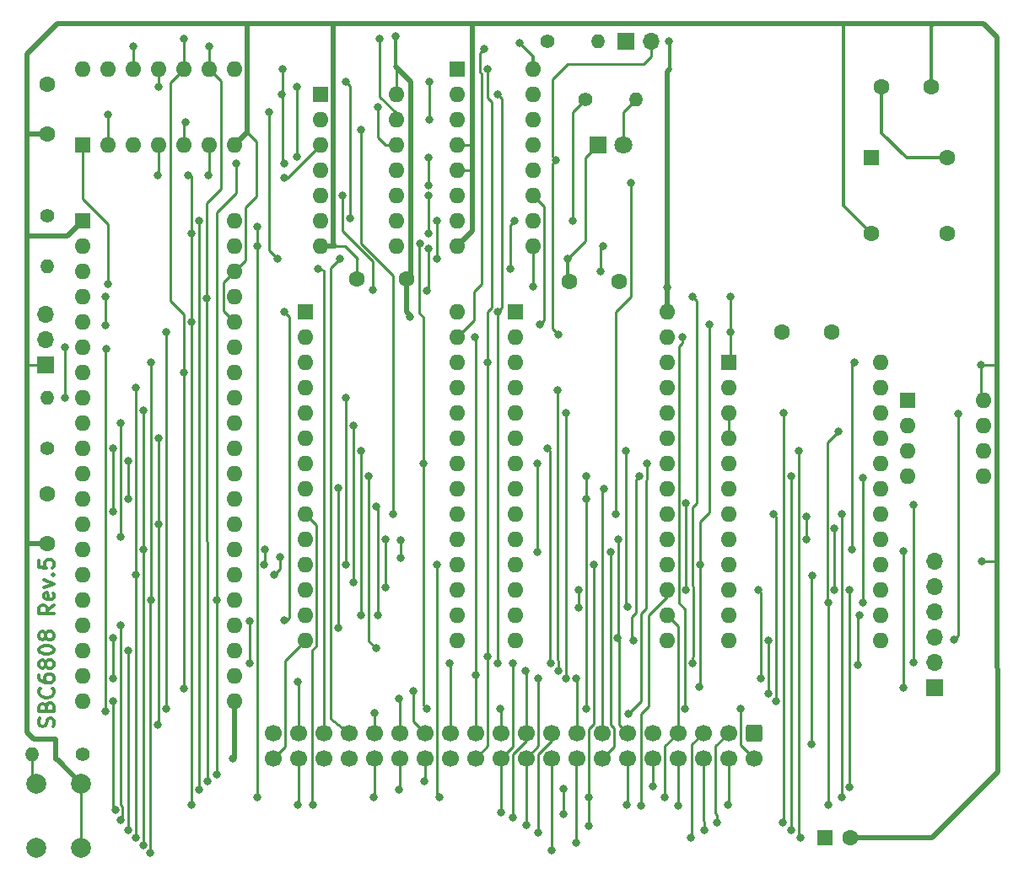
<source format=gtl>
%TF.GenerationSoftware,KiCad,Pcbnew,7.0.2-0*%
%TF.CreationDate,2023-05-22T09:33:56+09:00*%
%TF.ProjectId,SBC6808_Rev5,53424336-3830-4385-9f52-6576352e6b69,Rev5*%
%TF.SameCoordinates,PX3e22018PY9119050*%
%TF.FileFunction,Copper,L1,Top*%
%TF.FilePolarity,Positive*%
%FSLAX46Y46*%
G04 Gerber Fmt 4.6, Leading zero omitted, Abs format (unit mm)*
G04 Created by KiCad (PCBNEW 7.0.2-0) date 2023-05-22 09:33:56*
%MOMM*%
%LPD*%
G01*
G04 APERTURE LIST*
G04 Aperture macros list*
%AMRoundRect*
0 Rectangle with rounded corners*
0 $1 Rounding radius*
0 $2 $3 $4 $5 $6 $7 $8 $9 X,Y pos of 4 corners*
0 Add a 4 corners polygon primitive as box body*
4,1,4,$2,$3,$4,$5,$6,$7,$8,$9,$2,$3,0*
0 Add four circle primitives for the rounded corners*
1,1,$1+$1,$2,$3*
1,1,$1+$1,$4,$5*
1,1,$1+$1,$6,$7*
1,1,$1+$1,$8,$9*
0 Add four rect primitives between the rounded corners*
20,1,$1+$1,$2,$3,$4,$5,0*
20,1,$1+$1,$4,$5,$6,$7,0*
20,1,$1+$1,$6,$7,$8,$9,0*
20,1,$1+$1,$8,$9,$2,$3,0*%
G04 Aperture macros list end*
%ADD10C,0.300000*%
%TA.AperFunction,NonConductor*%
%ADD11C,0.300000*%
%TD*%
%TA.AperFunction,ComponentPad*%
%ADD12C,1.400000*%
%TD*%
%TA.AperFunction,ComponentPad*%
%ADD13O,1.400000X1.400000*%
%TD*%
%TA.AperFunction,ComponentPad*%
%ADD14R,1.800000X1.800000*%
%TD*%
%TA.AperFunction,ComponentPad*%
%ADD15C,1.800000*%
%TD*%
%TA.AperFunction,ComponentPad*%
%ADD16RoundRect,0.250000X-0.600000X0.600000X-0.600000X-0.600000X0.600000X-0.600000X0.600000X0.600000X0*%
%TD*%
%TA.AperFunction,ComponentPad*%
%ADD17C,1.700000*%
%TD*%
%TA.AperFunction,ComponentPad*%
%ADD18R,1.600000X1.600000*%
%TD*%
%TA.AperFunction,ComponentPad*%
%ADD19O,1.600000X1.600000*%
%TD*%
%TA.AperFunction,ComponentPad*%
%ADD20C,1.600000*%
%TD*%
%TA.AperFunction,ComponentPad*%
%ADD21C,2.000000*%
%TD*%
%TA.AperFunction,ComponentPad*%
%ADD22R,1.700000X1.700000*%
%TD*%
%TA.AperFunction,ComponentPad*%
%ADD23O,1.700000X1.700000*%
%TD*%
%TA.AperFunction,ViaPad*%
%ADD24C,0.800000*%
%TD*%
%TA.AperFunction,Conductor*%
%ADD25C,0.250000*%
%TD*%
%TA.AperFunction,Conductor*%
%ADD26C,0.500000*%
%TD*%
%TA.AperFunction,Conductor*%
%ADD27C,0.380000*%
%TD*%
G04 APERTURE END LIST*
D10*
D11*
X12814500Y21325145D02*
X12885928Y21539430D01*
X12885928Y21539430D02*
X12885928Y21896573D01*
X12885928Y21896573D02*
X12814500Y22039430D01*
X12814500Y22039430D02*
X12743071Y22110859D01*
X12743071Y22110859D02*
X12600214Y22182288D01*
X12600214Y22182288D02*
X12457357Y22182288D01*
X12457357Y22182288D02*
X12314500Y22110859D01*
X12314500Y22110859D02*
X12243071Y22039430D01*
X12243071Y22039430D02*
X12171642Y21896573D01*
X12171642Y21896573D02*
X12100214Y21610859D01*
X12100214Y21610859D02*
X12028785Y21468002D01*
X12028785Y21468002D02*
X11957357Y21396573D01*
X11957357Y21396573D02*
X11814500Y21325145D01*
X11814500Y21325145D02*
X11671642Y21325145D01*
X11671642Y21325145D02*
X11528785Y21396573D01*
X11528785Y21396573D02*
X11457357Y21468002D01*
X11457357Y21468002D02*
X11385928Y21610859D01*
X11385928Y21610859D02*
X11385928Y21968002D01*
X11385928Y21968002D02*
X11457357Y22182288D01*
X12100214Y23325144D02*
X12171642Y23539430D01*
X12171642Y23539430D02*
X12243071Y23610859D01*
X12243071Y23610859D02*
X12385928Y23682287D01*
X12385928Y23682287D02*
X12600214Y23682287D01*
X12600214Y23682287D02*
X12743071Y23610859D01*
X12743071Y23610859D02*
X12814500Y23539430D01*
X12814500Y23539430D02*
X12885928Y23396573D01*
X12885928Y23396573D02*
X12885928Y22825144D01*
X12885928Y22825144D02*
X11385928Y22825144D01*
X11385928Y22825144D02*
X11385928Y23325144D01*
X11385928Y23325144D02*
X11457357Y23468001D01*
X11457357Y23468001D02*
X11528785Y23539430D01*
X11528785Y23539430D02*
X11671642Y23610859D01*
X11671642Y23610859D02*
X11814500Y23610859D01*
X11814500Y23610859D02*
X11957357Y23539430D01*
X11957357Y23539430D02*
X12028785Y23468001D01*
X12028785Y23468001D02*
X12100214Y23325144D01*
X12100214Y23325144D02*
X12100214Y22825144D01*
X12743071Y25182287D02*
X12814500Y25110859D01*
X12814500Y25110859D02*
X12885928Y24896573D01*
X12885928Y24896573D02*
X12885928Y24753716D01*
X12885928Y24753716D02*
X12814500Y24539430D01*
X12814500Y24539430D02*
X12671642Y24396573D01*
X12671642Y24396573D02*
X12528785Y24325144D01*
X12528785Y24325144D02*
X12243071Y24253716D01*
X12243071Y24253716D02*
X12028785Y24253716D01*
X12028785Y24253716D02*
X11743071Y24325144D01*
X11743071Y24325144D02*
X11600214Y24396573D01*
X11600214Y24396573D02*
X11457357Y24539430D01*
X11457357Y24539430D02*
X11385928Y24753716D01*
X11385928Y24753716D02*
X11385928Y24896573D01*
X11385928Y24896573D02*
X11457357Y25110859D01*
X11457357Y25110859D02*
X11528785Y25182287D01*
X11385928Y26468001D02*
X11385928Y26182287D01*
X11385928Y26182287D02*
X11457357Y26039430D01*
X11457357Y26039430D02*
X11528785Y25968001D01*
X11528785Y25968001D02*
X11743071Y25825144D01*
X11743071Y25825144D02*
X12028785Y25753716D01*
X12028785Y25753716D02*
X12600214Y25753716D01*
X12600214Y25753716D02*
X12743071Y25825144D01*
X12743071Y25825144D02*
X12814500Y25896573D01*
X12814500Y25896573D02*
X12885928Y26039430D01*
X12885928Y26039430D02*
X12885928Y26325144D01*
X12885928Y26325144D02*
X12814500Y26468001D01*
X12814500Y26468001D02*
X12743071Y26539430D01*
X12743071Y26539430D02*
X12600214Y26610859D01*
X12600214Y26610859D02*
X12243071Y26610859D01*
X12243071Y26610859D02*
X12100214Y26539430D01*
X12100214Y26539430D02*
X12028785Y26468001D01*
X12028785Y26468001D02*
X11957357Y26325144D01*
X11957357Y26325144D02*
X11957357Y26039430D01*
X11957357Y26039430D02*
X12028785Y25896573D01*
X12028785Y25896573D02*
X12100214Y25825144D01*
X12100214Y25825144D02*
X12243071Y25753716D01*
X12028785Y27468001D02*
X11957357Y27325144D01*
X11957357Y27325144D02*
X11885928Y27253715D01*
X11885928Y27253715D02*
X11743071Y27182287D01*
X11743071Y27182287D02*
X11671642Y27182287D01*
X11671642Y27182287D02*
X11528785Y27253715D01*
X11528785Y27253715D02*
X11457357Y27325144D01*
X11457357Y27325144D02*
X11385928Y27468001D01*
X11385928Y27468001D02*
X11385928Y27753715D01*
X11385928Y27753715D02*
X11457357Y27896572D01*
X11457357Y27896572D02*
X11528785Y27968001D01*
X11528785Y27968001D02*
X11671642Y28039430D01*
X11671642Y28039430D02*
X11743071Y28039430D01*
X11743071Y28039430D02*
X11885928Y27968001D01*
X11885928Y27968001D02*
X11957357Y27896572D01*
X11957357Y27896572D02*
X12028785Y27753715D01*
X12028785Y27753715D02*
X12028785Y27468001D01*
X12028785Y27468001D02*
X12100214Y27325144D01*
X12100214Y27325144D02*
X12171642Y27253715D01*
X12171642Y27253715D02*
X12314500Y27182287D01*
X12314500Y27182287D02*
X12600214Y27182287D01*
X12600214Y27182287D02*
X12743071Y27253715D01*
X12743071Y27253715D02*
X12814500Y27325144D01*
X12814500Y27325144D02*
X12885928Y27468001D01*
X12885928Y27468001D02*
X12885928Y27753715D01*
X12885928Y27753715D02*
X12814500Y27896572D01*
X12814500Y27896572D02*
X12743071Y27968001D01*
X12743071Y27968001D02*
X12600214Y28039430D01*
X12600214Y28039430D02*
X12314500Y28039430D01*
X12314500Y28039430D02*
X12171642Y27968001D01*
X12171642Y27968001D02*
X12100214Y27896572D01*
X12100214Y27896572D02*
X12028785Y27753715D01*
X11385928Y28968001D02*
X11385928Y29110858D01*
X11385928Y29110858D02*
X11457357Y29253715D01*
X11457357Y29253715D02*
X11528785Y29325143D01*
X11528785Y29325143D02*
X11671642Y29396572D01*
X11671642Y29396572D02*
X11957357Y29468001D01*
X11957357Y29468001D02*
X12314500Y29468001D01*
X12314500Y29468001D02*
X12600214Y29396572D01*
X12600214Y29396572D02*
X12743071Y29325143D01*
X12743071Y29325143D02*
X12814500Y29253715D01*
X12814500Y29253715D02*
X12885928Y29110858D01*
X12885928Y29110858D02*
X12885928Y28968001D01*
X12885928Y28968001D02*
X12814500Y28825143D01*
X12814500Y28825143D02*
X12743071Y28753715D01*
X12743071Y28753715D02*
X12600214Y28682286D01*
X12600214Y28682286D02*
X12314500Y28610858D01*
X12314500Y28610858D02*
X11957357Y28610858D01*
X11957357Y28610858D02*
X11671642Y28682286D01*
X11671642Y28682286D02*
X11528785Y28753715D01*
X11528785Y28753715D02*
X11457357Y28825143D01*
X11457357Y28825143D02*
X11385928Y28968001D01*
X12028785Y30325143D02*
X11957357Y30182286D01*
X11957357Y30182286D02*
X11885928Y30110857D01*
X11885928Y30110857D02*
X11743071Y30039429D01*
X11743071Y30039429D02*
X11671642Y30039429D01*
X11671642Y30039429D02*
X11528785Y30110857D01*
X11528785Y30110857D02*
X11457357Y30182286D01*
X11457357Y30182286D02*
X11385928Y30325143D01*
X11385928Y30325143D02*
X11385928Y30610857D01*
X11385928Y30610857D02*
X11457357Y30753714D01*
X11457357Y30753714D02*
X11528785Y30825143D01*
X11528785Y30825143D02*
X11671642Y30896572D01*
X11671642Y30896572D02*
X11743071Y30896572D01*
X11743071Y30896572D02*
X11885928Y30825143D01*
X11885928Y30825143D02*
X11957357Y30753714D01*
X11957357Y30753714D02*
X12028785Y30610857D01*
X12028785Y30610857D02*
X12028785Y30325143D01*
X12028785Y30325143D02*
X12100214Y30182286D01*
X12100214Y30182286D02*
X12171642Y30110857D01*
X12171642Y30110857D02*
X12314500Y30039429D01*
X12314500Y30039429D02*
X12600214Y30039429D01*
X12600214Y30039429D02*
X12743071Y30110857D01*
X12743071Y30110857D02*
X12814500Y30182286D01*
X12814500Y30182286D02*
X12885928Y30325143D01*
X12885928Y30325143D02*
X12885928Y30610857D01*
X12885928Y30610857D02*
X12814500Y30753714D01*
X12814500Y30753714D02*
X12743071Y30825143D01*
X12743071Y30825143D02*
X12600214Y30896572D01*
X12600214Y30896572D02*
X12314500Y30896572D01*
X12314500Y30896572D02*
X12171642Y30825143D01*
X12171642Y30825143D02*
X12100214Y30753714D01*
X12100214Y30753714D02*
X12028785Y30610857D01*
X12885928Y33539428D02*
X12171642Y33039428D01*
X12885928Y32682285D02*
X11385928Y32682285D01*
X11385928Y32682285D02*
X11385928Y33253714D01*
X11385928Y33253714D02*
X11457357Y33396571D01*
X11457357Y33396571D02*
X11528785Y33468000D01*
X11528785Y33468000D02*
X11671642Y33539428D01*
X11671642Y33539428D02*
X11885928Y33539428D01*
X11885928Y33539428D02*
X12028785Y33468000D01*
X12028785Y33468000D02*
X12100214Y33396571D01*
X12100214Y33396571D02*
X12171642Y33253714D01*
X12171642Y33253714D02*
X12171642Y32682285D01*
X12814500Y34753714D02*
X12885928Y34610857D01*
X12885928Y34610857D02*
X12885928Y34325142D01*
X12885928Y34325142D02*
X12814500Y34182285D01*
X12814500Y34182285D02*
X12671642Y34110857D01*
X12671642Y34110857D02*
X12100214Y34110857D01*
X12100214Y34110857D02*
X11957357Y34182285D01*
X11957357Y34182285D02*
X11885928Y34325142D01*
X11885928Y34325142D02*
X11885928Y34610857D01*
X11885928Y34610857D02*
X11957357Y34753714D01*
X11957357Y34753714D02*
X12100214Y34825142D01*
X12100214Y34825142D02*
X12243071Y34825142D01*
X12243071Y34825142D02*
X12385928Y34110857D01*
X11885928Y35325142D02*
X12885928Y35682285D01*
X12885928Y35682285D02*
X11885928Y36039428D01*
X12743071Y36610856D02*
X12814500Y36682285D01*
X12814500Y36682285D02*
X12885928Y36610856D01*
X12885928Y36610856D02*
X12814500Y36539428D01*
X12814500Y36539428D02*
X12743071Y36610856D01*
X12743071Y36610856D02*
X12885928Y36610856D01*
X11385928Y38039428D02*
X11385928Y37325142D01*
X11385928Y37325142D02*
X12100214Y37253714D01*
X12100214Y37253714D02*
X12028785Y37325142D01*
X12028785Y37325142D02*
X11957357Y37467999D01*
X11957357Y37467999D02*
X11957357Y37825142D01*
X11957357Y37825142D02*
X12028785Y37967999D01*
X12028785Y37967999D02*
X12100214Y38039428D01*
X12100214Y38039428D02*
X12243071Y38110857D01*
X12243071Y38110857D02*
X12600214Y38110857D01*
X12600214Y38110857D02*
X12743071Y38039428D01*
X12743071Y38039428D02*
X12814500Y37967999D01*
X12814500Y37967999D02*
X12885928Y37825142D01*
X12885928Y37825142D02*
X12885928Y37467999D01*
X12885928Y37467999D02*
X12814500Y37325142D01*
X12814500Y37325142D02*
X12743071Y37253714D01*
D12*
%TO.P,R5,1*%
%TO.N,/~{A000}*%
X66197000Y84328000D03*
D13*
%TO.P,R5,2*%
%TO.N,Net-(D1-A)*%
X71277000Y84328000D03*
%TD*%
D14*
%TO.P,D1,1,K*%
%TO.N,GND*%
X67467000Y79756000D03*
D15*
%TO.P,D1,2,A*%
%TO.N,Net-(D1-A)*%
X70007000Y79756000D03*
%TD*%
D12*
%TO.P,R2,1*%
%TO.N,VCC*%
X12192000Y72644000D03*
D13*
%TO.P,R2,2*%
%TO.N,/~{IRQ}*%
X12192000Y67564000D03*
%TD*%
D16*
%TO.P,J1,1,Pin_1*%
%TO.N,/~{RD}*%
X83121500Y20701000D03*
D17*
%TO.P,J1,2,Pin_2*%
%TO.N,/~{WR}*%
X83121500Y18161000D03*
%TO.P,J1,3,Pin_3*%
%TO.N,/CD0*%
X80581500Y20701000D03*
%TO.P,J1,4,Pin_4*%
%TO.N,/CD1*%
X80581500Y18161000D03*
%TO.P,J1,5,Pin_5*%
%TO.N,/CD2*%
X78041500Y20701000D03*
%TO.P,J1,6,Pin_6*%
%TO.N,/CD3*%
X78041500Y18161000D03*
%TO.P,J1,7,Pin_7*%
%TO.N,/CD4*%
X75501500Y20701000D03*
%TO.P,J1,8,Pin_8*%
%TO.N,/CD5*%
X75501500Y18161000D03*
%TO.P,J1,9,Pin_9*%
%TO.N,/CD6*%
X72961500Y20701000D03*
%TO.P,J1,10,Pin_10*%
%TO.N,/CD7*%
X72961500Y18161000D03*
%TO.P,J1,11,Pin_11*%
%TO.N,/A0*%
X70421500Y20701000D03*
%TO.P,J1,12,Pin_12*%
%TO.N,/A1*%
X70421500Y18161000D03*
%TO.P,J1,13,Pin_13*%
%TO.N,/A2*%
X67881500Y20701000D03*
%TO.P,J1,14,Pin_14*%
%TO.N,/A3*%
X67881500Y18161000D03*
%TO.P,J1,15,Pin_15*%
%TO.N,/A4*%
X65341500Y20701000D03*
%TO.P,J1,16,Pin_16*%
%TO.N,/A5*%
X65341500Y18161000D03*
%TO.P,J1,17,Pin_17*%
%TO.N,/A6*%
X62801500Y20701000D03*
%TO.P,J1,18,Pin_18*%
%TO.N,/A7*%
X62801500Y18161000D03*
%TO.P,J1,19,Pin_19*%
%TO.N,/A8*%
X60261500Y20701000D03*
%TO.P,J1,20,Pin_20*%
%TO.N,/A9*%
X60261500Y18161000D03*
%TO.P,J1,21,Pin_21*%
%TO.N,/A10*%
X57721500Y20701000D03*
%TO.P,J1,22,Pin_22*%
%TO.N,/A11*%
X57721500Y18161000D03*
%TO.P,J1,23,Pin_23*%
%TO.N,/A12*%
X55181500Y20701000D03*
%TO.P,J1,24,Pin_24*%
%TO.N,/A13*%
X55181500Y18161000D03*
%TO.P,J1,25,Pin_25*%
%TO.N,/A14*%
X52641500Y20701000D03*
%TO.P,J1,26,Pin_26*%
%TO.N,/A15*%
X52641500Y18161000D03*
%TO.P,J1,27,Pin_27*%
%TO.N,/R~{W}*%
X50101500Y20701000D03*
%TO.P,J1,28,Pin_28*%
%TO.N,/E*%
X50101500Y18161000D03*
%TO.P,J1,29,Pin_29*%
%TO.N,/~{IRQ}*%
X47561500Y20701000D03*
%TO.P,J1,30,Pin_30*%
%TO.N,/~{RES}*%
X47561500Y18161000D03*
%TO.P,J1,31,Pin_31*%
%TO.N,/~{NMI}*%
X45021500Y20701000D03*
%TO.P,J1,32,Pin_32*%
%TO.N,/MCLK*%
X45021500Y18161000D03*
%TO.P,J1,33,Pin_33*%
%TO.N,/~{E000}*%
X42481500Y20701000D03*
%TO.P,J1,34,Pin_34*%
%TO.N,unconnected-(J1-Pin_34-Pad34)*%
X42481500Y18161000D03*
%TO.P,J1,35,Pin_35*%
%TO.N,/~{A000}*%
X39941500Y20701000D03*
%TO.P,J1,36,Pin_36*%
%TO.N,unconnected-(J1-Pin_36-Pad36)*%
X39941500Y18161000D03*
%TO.P,J1,37,Pin_37*%
%TO.N,/~{8000}*%
X37401500Y20701000D03*
%TO.P,J1,38,Pin_38*%
%TO.N,/VMA*%
X37401500Y18161000D03*
%TO.P,J1,39,Pin_39*%
%TO.N,VCC*%
X34861500Y20701000D03*
%TO.P,J1,40,Pin_40*%
%TO.N,GND*%
X34861500Y18161000D03*
%TD*%
D12*
%TO.P,R3,1*%
%TO.N,VCC*%
X15748000Y18542000D03*
D13*
%TO.P,R3,2*%
%TO.N,/~{RES}*%
X10668000Y18542000D03*
%TD*%
D18*
%TO.P,U2,1*%
%TO.N,/~{C000}*%
X15748000Y79756000D03*
D19*
%TO.P,U2,2*%
%TO.N,/~{E000}*%
X18288000Y79756000D03*
%TO.P,U2,3*%
%TO.N,Net-(U7-~{CE})*%
X20828000Y79756000D03*
%TO.P,U2,4*%
%TO.N,/VMA*%
X23368000Y79756000D03*
%TO.P,U2,5*%
%TO.N,Net-(U1-Pad2)*%
X25908000Y79756000D03*
%TO.P,U2,6*%
%TO.N,Net-(U1-Pad3)*%
X28448000Y79756000D03*
%TO.P,U2,7,GND*%
%TO.N,GND*%
X30988000Y79756000D03*
%TO.P,U2,8*%
%TO.N,Net-(U1-Pad9)*%
X30988000Y87376000D03*
%TO.P,U2,9*%
%TO.N,/E*%
X28448000Y87376000D03*
%TO.P,U2,10*%
%TO.N,/R~{W}*%
X25908000Y87376000D03*
%TO.P,U2,11*%
%TO.N,Net-(U1-Pad11)*%
X23368000Y87376000D03*
%TO.P,U2,12*%
%TO.N,/E*%
X20828000Y87376000D03*
%TO.P,U2,13*%
%TO.N,Net-(U1-Pad12)*%
X18288000Y87376000D03*
%TO.P,U2,14,VCC*%
%TO.N,VCC*%
X15748000Y87376000D03*
%TD*%
D18*
%TO.P,U5,1,A0*%
%TO.N,/A13*%
X53340000Y87376000D03*
D19*
%TO.P,U5,2,A1*%
%TO.N,/A14*%
X53340000Y84836000D03*
%TO.P,U5,3,A2*%
%TO.N,/A15*%
X53340000Y82296000D03*
%TO.P,U5,4,E1*%
%TO.N,GND*%
X53340000Y79756000D03*
%TO.P,U5,5,E2*%
X53340000Y77216000D03*
%TO.P,U5,6,E3*%
%TO.N,/VMA*%
X53340000Y74676000D03*
%TO.P,U5,7,O7*%
%TO.N,/~{E000}*%
X53340000Y72136000D03*
%TO.P,U5,8,GND*%
%TO.N,GND*%
X53340000Y69596000D03*
%TO.P,U5,9,O6*%
%TO.N,/~{C000}*%
X60960000Y69596000D03*
%TO.P,U5,10,O5*%
%TO.N,/~{A000}*%
X60960000Y72136000D03*
%TO.P,U5,11,O4*%
%TO.N,/~{8000}*%
X60960000Y74676000D03*
%TO.P,U5,12,O3*%
%TO.N,unconnected-(U5-O3-Pad12)*%
X60960000Y77216000D03*
%TO.P,U5,13,O2*%
%TO.N,unconnected-(U5-O2-Pad13)*%
X60960000Y79756000D03*
%TO.P,U5,14,O1*%
%TO.N,unconnected-(U5-O1-Pad14)*%
X60960000Y82296000D03*
%TO.P,U5,15,O0*%
%TO.N,unconnected-(U5-O0-Pad15)*%
X60960000Y84836000D03*
%TO.P,U5,16,VCC*%
%TO.N,VCC*%
X60960000Y87376000D03*
%TD*%
D18*
%TO.P,U4,1,VSS*%
%TO.N,GND*%
X15748000Y72136000D03*
D19*
%TO.P,U4,2,~{HALT}*%
%TO.N,VCC*%
X15748000Y69596000D03*
%TO.P,U4,3,MR*%
X15748000Y67056000D03*
%TO.P,U4,4,~{IRQ}*%
%TO.N,/~{IRQ}*%
X15748000Y64516000D03*
%TO.P,U4,5,VMA*%
%TO.N,/VMA*%
X15748000Y61976000D03*
%TO.P,U4,6,~{NMI}*%
%TO.N,/~{NMI}*%
X15748000Y59436000D03*
%TO.P,U4,7,BA*%
%TO.N,unconnected-(U4-BA-Pad7)*%
X15748000Y56896000D03*
%TO.P,U4,8,VCC*%
%TO.N,VCC*%
X15748000Y54356000D03*
%TO.P,U4,9,A0*%
%TO.N,/A0*%
X15748000Y51816000D03*
%TO.P,U4,10,A1*%
%TO.N,/A1*%
X15748000Y49276000D03*
%TO.P,U4,11,A2*%
%TO.N,/A2*%
X15748000Y46736000D03*
%TO.P,U4,12,A3*%
%TO.N,/A3*%
X15748000Y44196000D03*
%TO.P,U4,13,A4*%
%TO.N,/A4*%
X15748000Y41656000D03*
%TO.P,U4,14,A5*%
%TO.N,/A5*%
X15748000Y39116000D03*
%TO.P,U4,15,A6*%
%TO.N,/A6*%
X15748000Y36576000D03*
%TO.P,U4,16,A7*%
%TO.N,/A7*%
X15748000Y34036000D03*
%TO.P,U4,17,A8*%
%TO.N,/A8*%
X15748000Y31496000D03*
%TO.P,U4,18,A9*%
%TO.N,/A9*%
X15748000Y28956000D03*
%TO.P,U4,19,A10*%
%TO.N,/A10*%
X15748000Y26416000D03*
%TO.P,U4,20,A11*%
%TO.N,/A11*%
X15748000Y23876000D03*
%TO.P,U4,21,VSS*%
%TO.N,GND*%
X30988000Y23876000D03*
%TO.P,U4,22,A12*%
%TO.N,/A12*%
X30988000Y26416000D03*
%TO.P,U4,23,A13*%
%TO.N,/A13*%
X30988000Y28956000D03*
%TO.P,U4,24,A14*%
%TO.N,/A14*%
X30988000Y31496000D03*
%TO.P,U4,25,A15*%
%TO.N,/A15*%
X30988000Y34036000D03*
%TO.P,U4,26,D7*%
%TO.N,/CD7*%
X30988000Y36576000D03*
%TO.P,U4,27,D6*%
%TO.N,/CD6*%
X30988000Y39116000D03*
%TO.P,U4,28,D5*%
%TO.N,/CD5*%
X30988000Y41656000D03*
%TO.P,U4,29,D4*%
%TO.N,/CD4*%
X30988000Y44196000D03*
%TO.P,U4,30,D3*%
%TO.N,/CD3*%
X30988000Y46736000D03*
%TO.P,U4,31,D2*%
%TO.N,/CD2*%
X30988000Y49276000D03*
%TO.P,U4,32,D1*%
%TO.N,/CD1*%
X30988000Y51816000D03*
%TO.P,U4,33,D0*%
%TO.N,/CD0*%
X30988000Y54356000D03*
%TO.P,U4,34,R/~{W}*%
%TO.N,/R~{W}*%
X30988000Y56896000D03*
%TO.P,U4,35,N.C.*%
%TO.N,Net-(JP1-C)*%
X30988000Y59436000D03*
%TO.P,U4,36,RE*%
%TO.N,GND*%
X30988000Y61976000D03*
%TO.P,U4,37,E*%
%TO.N,/E*%
X30988000Y64516000D03*
%TO.P,U4,38,XTAL*%
%TO.N,GND*%
X30988000Y67056000D03*
%TO.P,U4,39,EXTAL*%
%TO.N,/MCLK*%
X30988000Y69596000D03*
%TO.P,U4,40,~{RESET}*%
%TO.N,/~{RES}*%
X30988000Y72136000D03*
%TD*%
D18*
%TO.P,U7,1,A14*%
%TO.N,/A14*%
X38100000Y62992000D03*
D19*
%TO.P,U7,2,A12*%
%TO.N,/A12*%
X38100000Y60452000D03*
%TO.P,U7,3,A7*%
%TO.N,/A7*%
X38100000Y57912000D03*
%TO.P,U7,4,A6*%
%TO.N,/A6*%
X38100000Y55372000D03*
%TO.P,U7,5,A5*%
%TO.N,/A5*%
X38100000Y52832000D03*
%TO.P,U7,6,A4*%
%TO.N,/A4*%
X38100000Y50292000D03*
%TO.P,U7,7,A3*%
%TO.N,/A3*%
X38100000Y47752000D03*
%TO.P,U7,8,A2*%
%TO.N,/A2*%
X38100000Y45212000D03*
%TO.P,U7,9,A1*%
%TO.N,/A1*%
X38100000Y42672000D03*
%TO.P,U7,10,A0*%
%TO.N,/A0*%
X38100000Y40132000D03*
%TO.P,U7,11,D0*%
%TO.N,/CD0*%
X38100000Y37592000D03*
%TO.P,U7,12,D1*%
%TO.N,/CD1*%
X38100000Y35052000D03*
%TO.P,U7,13,D2*%
%TO.N,/CD2*%
X38100000Y32512000D03*
%TO.P,U7,14,GND*%
%TO.N,GND*%
X38100000Y29972000D03*
%TO.P,U7,15,D3*%
%TO.N,/CD3*%
X53340000Y29972000D03*
%TO.P,U7,16,D4*%
%TO.N,/CD4*%
X53340000Y32512000D03*
%TO.P,U7,17,D5*%
%TO.N,/CD5*%
X53340000Y35052000D03*
%TO.P,U7,18,D6*%
%TO.N,/CD6*%
X53340000Y37592000D03*
%TO.P,U7,19,D7*%
%TO.N,/CD7*%
X53340000Y40132000D03*
%TO.P,U7,20,~{CE}*%
%TO.N,Net-(U7-~{CE})*%
X53340000Y42672000D03*
%TO.P,U7,21,A10*%
%TO.N,/A10*%
X53340000Y45212000D03*
%TO.P,U7,22,~{OE}*%
%TO.N,/~{RD}*%
X53340000Y47752000D03*
%TO.P,U7,23,A11*%
%TO.N,/A11*%
X53340000Y50292000D03*
%TO.P,U7,24,A9*%
%TO.N,/A9*%
X53340000Y52832000D03*
%TO.P,U7,25,A8*%
%TO.N,/A8*%
X53340000Y55372000D03*
%TO.P,U7,26,A13*%
%TO.N,/A13*%
X53340000Y57912000D03*
%TO.P,U7,27,VPP*%
%TO.N,Net-(J3-Pin_1)*%
X53340000Y60452000D03*
%TO.P,U7,28,VCC*%
%TO.N,VCC*%
X53340000Y62992000D03*
%TD*%
D18*
%TO.P,U8,1,A14*%
%TO.N,/A14*%
X59182000Y62992000D03*
D19*
%TO.P,U8,2,A12*%
%TO.N,/A12*%
X59182000Y60452000D03*
%TO.P,U8,3,A7*%
%TO.N,/A7*%
X59182000Y57912000D03*
%TO.P,U8,4,A6*%
%TO.N,/A6*%
X59182000Y55372000D03*
%TO.P,U8,5,A5*%
%TO.N,/A5*%
X59182000Y52832000D03*
%TO.P,U8,6,A4*%
%TO.N,/A4*%
X59182000Y50292000D03*
%TO.P,U8,7,A3*%
%TO.N,/A3*%
X59182000Y47752000D03*
%TO.P,U8,8,A2*%
%TO.N,/A2*%
X59182000Y45212000D03*
%TO.P,U8,9,A1*%
%TO.N,/A1*%
X59182000Y42672000D03*
%TO.P,U8,10,A0*%
%TO.N,/A0*%
X59182000Y40132000D03*
%TO.P,U8,11,Q0*%
%TO.N,/CD0*%
X59182000Y37592000D03*
%TO.P,U8,12,Q1*%
%TO.N,/CD1*%
X59182000Y35052000D03*
%TO.P,U8,13,Q2*%
%TO.N,/CD2*%
X59182000Y32512000D03*
%TO.P,U8,14,GND*%
%TO.N,GND*%
X59182000Y29972000D03*
%TO.P,U8,15,Q3*%
%TO.N,/CD3*%
X74422000Y29972000D03*
%TO.P,U8,16,Q4*%
%TO.N,/CD4*%
X74422000Y32512000D03*
%TO.P,U8,17,Q5*%
%TO.N,/CD5*%
X74422000Y35052000D03*
%TO.P,U8,18,Q6*%
%TO.N,/CD6*%
X74422000Y37592000D03*
%TO.P,U8,19,Q7*%
%TO.N,/CD7*%
X74422000Y40132000D03*
%TO.P,U8,20,~{CS}*%
%TO.N,Net-(U8-~{CS})*%
X74422000Y42672000D03*
%TO.P,U8,21,A10*%
%TO.N,/A10*%
X74422000Y45212000D03*
%TO.P,U8,22,~{OE}*%
%TO.N,/~{RD}*%
X74422000Y47752000D03*
%TO.P,U8,23,A11*%
%TO.N,/A11*%
X74422000Y50292000D03*
%TO.P,U8,24,A9*%
%TO.N,/A9*%
X74422000Y52832000D03*
%TO.P,U8,25,A8*%
%TO.N,/A8*%
X74422000Y55372000D03*
%TO.P,U8,26,A13*%
%TO.N,/A13*%
X74422000Y57912000D03*
%TO.P,U8,27,~{WE}*%
%TO.N,/~{WR}*%
X74422000Y60452000D03*
%TO.P,U8,28,VCC*%
%TO.N,VCC*%
X74422000Y62992000D03*
%TD*%
D18*
%TO.P,U6,1,VSS*%
%TO.N,GND*%
X80645000Y57912000D03*
D19*
%TO.P,U6,2,Rx_Data*%
%TO.N,/RXD*%
X80645000Y55372000D03*
%TO.P,U6,3,Rx_CLK*%
%TO.N,Net-(U3-RA2)*%
X80645000Y52832000D03*
%TO.P,U6,4,Tx_CLK*%
X80645000Y50292000D03*
%TO.P,U6,5,~{RTS}*%
%TO.N,/RTS*%
X80645000Y47752000D03*
%TO.P,U6,6,Tx_Data*%
%TO.N,/TXD*%
X80645000Y45212000D03*
%TO.P,U6,7,~{IRQ}*%
%TO.N,/~{IRQ}*%
X80645000Y42672000D03*
%TO.P,U6,8,CS0*%
%TO.N,/A3*%
X80645000Y40132000D03*
%TO.P,U6,9,~{CS2}*%
%TO.N,/~{8000}*%
X80645000Y37592000D03*
%TO.P,U6,10,CS1*%
%TO.N,/A4*%
X80645000Y35052000D03*
%TO.P,U6,11,RS*%
%TO.N,/A0*%
X80645000Y32512000D03*
%TO.P,U6,12,VCC*%
%TO.N,VCC*%
X80645000Y29972000D03*
%TO.P,U6,13,R/~{W}*%
%TO.N,/R~{W}*%
X95885000Y29972000D03*
%TO.P,U6,14,E*%
%TO.N,/E*%
X95885000Y32512000D03*
%TO.P,U6,15,D7*%
%TO.N,/CD7*%
X95885000Y35052000D03*
%TO.P,U6,16,D6*%
%TO.N,/CD6*%
X95885000Y37592000D03*
%TO.P,U6,17,D5*%
%TO.N,/CD5*%
X95885000Y40132000D03*
%TO.P,U6,18,D4*%
%TO.N,/CD4*%
X95885000Y42672000D03*
%TO.P,U6,19,D3*%
%TO.N,/CD3*%
X95885000Y45212000D03*
%TO.P,U6,20,D2*%
%TO.N,/CD2*%
X95885000Y47752000D03*
%TO.P,U6,21,D1*%
%TO.N,/CD1*%
X95885000Y50292000D03*
%TO.P,U6,22,D0*%
%TO.N,/CD0*%
X95885000Y52832000D03*
%TO.P,U6,23,~{DCD}*%
%TO.N,GND*%
X95885000Y55372000D03*
%TO.P,U6,24,~{CTS}*%
%TO.N,/CTS*%
X95885000Y57912000D03*
%TD*%
D12*
%TO.P,R1,1*%
%TO.N,VCC*%
X12192000Y49276000D03*
D13*
%TO.P,R1,2*%
%TO.N,/~{NMI}*%
X12192000Y54356000D03*
%TD*%
D20*
%TO.P,C2,1*%
%TO.N,VCC*%
X12192000Y85852000D03*
%TO.P,C2,2*%
%TO.N,GND*%
X12192000Y80852000D03*
%TD*%
%TO.P,C3,1*%
%TO.N,VCC*%
X90932000Y60960000D03*
%TO.P,C3,2*%
%TO.N,GND*%
X85932000Y60960000D03*
%TD*%
%TO.P,C4,1*%
%TO.N,VCC*%
X48260000Y66294000D03*
%TO.P,C4,2*%
%TO.N,GND*%
X43260000Y66294000D03*
%TD*%
%TO.P,C5,1*%
%TO.N,VCC*%
X69596000Y66040000D03*
%TO.P,C5,2*%
%TO.N,GND*%
X64596000Y66040000D03*
%TD*%
%TO.P,C7,1*%
%TO.N,VCC*%
X12192000Y44704000D03*
%TO.P,C7,2*%
%TO.N,GND*%
X12192000Y39704000D03*
%TD*%
%TO.P,C6,1*%
%TO.N,VCC*%
X95955000Y85598000D03*
%TO.P,C6,2*%
%TO.N,GND*%
X100955000Y85598000D03*
%TD*%
D21*
%TO.P,SW1,1,1*%
%TO.N,GND*%
X15621000Y15621000D03*
X15621000Y9121000D03*
%TO.P,SW1,2,2*%
%TO.N,/~{RES}*%
X11121000Y15621000D03*
X11121000Y9121000D03*
%TD*%
D18*
%TO.P,C1,1*%
%TO.N,/~{RES}*%
X90297000Y10160000D03*
D20*
%TO.P,C1,2*%
%TO.N,GND*%
X92797000Y10160000D03*
%TD*%
D18*
%TO.P,X1,1,EN*%
%TO.N,unconnected-(X1-EN-Pad1)*%
X94899000Y78486000D03*
D20*
%TO.P,X1,4,GND*%
%TO.N,GND*%
X94899000Y70866000D03*
%TO.P,X1,5,OUT*%
%TO.N,Net-(X1-OUT)*%
X102519000Y70866000D03*
%TO.P,X1,8,Vcc*%
%TO.N,VCC*%
X102519000Y78486000D03*
%TD*%
D22*
%TO.P,JP1,1,A*%
%TO.N,GND*%
X12065000Y57658000D03*
D23*
%TO.P,JP1,2,C*%
%TO.N,Net-(JP1-C)*%
X12065000Y60198000D03*
%TO.P,JP1,3,B*%
%TO.N,VCC*%
X12065000Y62738000D03*
%TD*%
D18*
%TO.P,U3,1,VDD*%
%TO.N,VCC*%
X98552000Y54102000D03*
D19*
%TO.P,U3,2,RA5*%
%TO.N,unconnected-(U3-RA5-Pad2)*%
X98552000Y51562000D03*
%TO.P,U3,3,RA4*%
%TO.N,unconnected-(U3-RA4-Pad3)*%
X98552000Y49022000D03*
%TO.P,U3,4,RA3*%
%TO.N,unconnected-(U3-RA3-Pad4)*%
X98552000Y46482000D03*
%TO.P,U3,5,RA2*%
%TO.N,Net-(U3-RA2)*%
X106172000Y46482000D03*
%TO.P,U3,6,RA1*%
%TO.N,unconnected-(U3-RA1-Pad6)*%
X106172000Y49022000D03*
%TO.P,U3,7,RA0*%
%TO.N,unconnected-(U3-RA0-Pad7)*%
X106172000Y51562000D03*
%TO.P,U3,8,VSS*%
%TO.N,GND*%
X106172000Y54102000D03*
%TD*%
D22*
%TO.P,J3,1,Pin_1*%
%TO.N,Net-(J3-Pin_1)*%
X70256000Y90170000D03*
D23*
%TO.P,J3,2,Pin_2*%
%TO.N,/~{WR}*%
X72796000Y90170000D03*
%TD*%
D18*
%TO.P,U1,1*%
%TO.N,/A15*%
X39634000Y84841000D03*
D19*
%TO.P,U1,2*%
%TO.N,Net-(U1-Pad2)*%
X39634000Y82301000D03*
%TO.P,U1,3*%
%TO.N,Net-(U1-Pad3)*%
X39634000Y79761000D03*
%TO.P,U1,4*%
%TO.N,Net-(U8-~{CS})*%
X39634000Y77221000D03*
%TO.P,U1,5*%
%TO.N,Net-(X1-OUT)*%
X39634000Y74681000D03*
%TO.P,U1,6*%
%TO.N,/MCLK*%
X39634000Y72141000D03*
%TO.P,U1,7,GND*%
%TO.N,GND*%
X39634000Y69601000D03*
%TO.P,U1,8*%
%TO.N,/~{RD}*%
X47254000Y69601000D03*
%TO.P,U1,9*%
%TO.N,Net-(U1-Pad9)*%
X47254000Y72141000D03*
%TO.P,U1,10*%
%TO.N,/~{WR}*%
X47254000Y74681000D03*
%TO.P,U1,11*%
%TO.N,Net-(U1-Pad11)*%
X47254000Y77221000D03*
%TO.P,U1,12*%
%TO.N,Net-(U1-Pad12)*%
X47254000Y79761000D03*
%TO.P,U1,13*%
%TO.N,/R~{W}*%
X47254000Y82301000D03*
%TO.P,U1,14,VCC*%
%TO.N,VCC*%
X47254000Y84841000D03*
%TD*%
D12*
%TO.P,R4,1*%
%TO.N,VCC*%
X62387000Y90170000D03*
D13*
%TO.P,R4,2*%
%TO.N,Net-(J3-Pin_1)*%
X67467000Y90170000D03*
%TD*%
D22*
%TO.P,J2,1,Pin_1*%
%TO.N,/CTS*%
X101295200Y25273000D03*
D23*
%TO.P,J2,2,Pin_2*%
%TO.N,/TXD*%
X101295200Y27813000D03*
%TO.P,J2,3,Pin_3*%
%TO.N,/RXD*%
X101295200Y30353000D03*
%TO.P,J2,4,Pin_4*%
%TO.N,unconnected-(J2-Pin_4-Pad4)*%
X101295200Y32893000D03*
%TO.P,J2,5,Pin_5*%
%TO.N,/RTS*%
X101295200Y35433000D03*
%TO.P,J2,6,Pin_6*%
%TO.N,GND*%
X101295200Y37973000D03*
%TD*%
D24*
%TO.N,/~{A000}*%
X64927000Y72136000D03*
%TO.N,GND*%
X106045000Y37973000D03*
X30861000Y18161000D03*
X105918000Y57658000D03*
X80772000Y60960000D03*
X80772000Y64516000D03*
X64419000Y68326000D03*
%TO.N,VCC*%
X59603947Y90025366D03*
X47147000Y90678000D03*
X48592500Y62521500D03*
X74422000Y65443990D03*
X74579000Y90170000D03*
%TO.N,/CD0*%
X42200990Y37592000D03*
X51562000Y14224000D03*
X79405000Y11684000D03*
X86009000Y11684000D03*
X66548000Y14224000D03*
X66548000Y11339990D03*
X86106000Y52832000D03*
X67056000Y37592000D03*
X42164000Y54356000D03*
X51308000Y37592000D03*
%TO.N,/CD2*%
X87787000Y10160000D03*
X87630000Y49022000D03*
X76839940Y10160000D03*
X43688000Y32512000D03*
X70261000Y49022000D03*
X43688000Y49022000D03*
X70476995Y33405137D03*
%TO.N,/CD4*%
X45212000Y43434000D03*
X91971354Y14224000D03*
X45369000Y32512000D03*
X74168000Y14224000D03*
X91948000Y42672000D03*
%TO.N,/CD6*%
X89009001Y36466999D03*
X34036000Y39116000D03*
X88900000Y19558000D03*
X33998500Y37592000D03*
%TO.N,/A0*%
X69461500Y30226000D03*
X19558000Y51816000D03*
X19558000Y40386000D03*
X69499000Y40132000D03*
%TO.N,/A2*%
X68072000Y45212000D03*
%TO.N,/A4*%
X23368000Y41656000D03*
X23368000Y50292000D03*
X83820000Y26162000D03*
X83566000Y35052000D03*
X23287665Y21551010D03*
X65278000Y26162000D03*
%TO.N,/A6*%
X21082000Y36576000D03*
X21082000Y55372000D03*
X61468000Y10668000D03*
X21082000Y10160000D03*
%TO.N,/A8*%
X58909329Y12192000D03*
X63500000Y26924000D03*
X19558000Y31496000D03*
X63419205Y55154990D03*
X19558000Y11938000D03*
X60198000Y26924000D03*
%TO.N,/A10*%
X57658000Y23114000D03*
X41402000Y45262020D03*
X41402000Y31242000D03*
X66294000Y46482000D03*
X18796000Y30226000D03*
X66294000Y23114000D03*
X66294000Y44196000D03*
X18796000Y26162000D03*
%TO.N,/A12*%
X55181500Y26479500D03*
X55118000Y60452000D03*
%TO.N,/A14*%
X52578000Y27686000D03*
X57404000Y62992000D03*
X57404000Y84836000D03*
X35971000Y32004000D03*
X57404000Y27686000D03*
X32512000Y31967010D03*
X35971000Y62992000D03*
X32512000Y27686000D03*
%TO.N,/CD1*%
X80518000Y13462000D03*
X90581000Y33782000D03*
X91607535Y51017010D03*
X42926000Y51562000D03*
X90581000Y13462000D03*
X42926000Y35814000D03*
%TO.N,/CD3*%
X86868000Y10922000D03*
X45198291Y29246990D03*
X86868000Y46482000D03*
X44450000Y46482000D03*
X71664990Y46482000D03*
X71023000Y29972000D03*
X78135000Y10963372D03*
%TO.N,/CD5*%
X46117497Y40132000D03*
X75565000Y13425010D03*
X65532000Y35052000D03*
X46131000Y35292488D03*
X88392000Y40132000D03*
X65532000Y33274000D03*
X76327000Y43815000D03*
X76327000Y35052000D03*
X71786499Y13425010D03*
X88392000Y42418000D03*
%TO.N,/CD7*%
X47655000Y40094500D03*
X91222990Y35052000D03*
X47655000Y38316500D03*
X72961500Y15303500D03*
X35560000Y38354000D03*
X34955000Y36576000D03*
X92710000Y15240000D03*
X91222990Y41213456D03*
X92710000Y35052000D03*
%TO.N,/A1*%
X18796000Y49276000D03*
X18796000Y42926000D03*
X70358000Y13462000D03*
X38862000Y13462000D03*
%TO.N,/A3*%
X61371000Y38862000D03*
X20320000Y44196000D03*
X61371000Y47752000D03*
X20320000Y48006000D03*
X68737000Y38862000D03*
%TO.N,/A5*%
X21844000Y53086000D03*
X65278000Y9652000D03*
X21844000Y9398000D03*
X21844000Y39116000D03*
%TO.N,/A7*%
X62801500Y8890000D03*
X22606000Y34036000D03*
X22606000Y57912000D03*
X22571428Y8601428D03*
%TO.N,/A9*%
X20320000Y10922000D03*
X64262000Y52832000D03*
X64262000Y26162000D03*
X61468000Y26162000D03*
X20320000Y28956000D03*
X60261500Y11430000D03*
%TO.N,/A11*%
X62387000Y49276000D03*
X57721500Y12736990D03*
X18796000Y23876000D03*
X62738000Y27686000D03*
X19031412Y12926472D03*
X58928000Y27686000D03*
%TO.N,/A13*%
X56388000Y57912000D03*
X56388000Y87376000D03*
X56388000Y28411010D03*
%TO.N,/A15*%
X50546000Y86106000D03*
X35814000Y87376000D03*
X29261387Y16546752D03*
X50546000Y82296000D03*
X35717000Y84836000D03*
X31145000Y77940500D03*
X29210000Y34036000D03*
X36031010Y77941010D03*
%TO.N,/E*%
X76962000Y27686000D03*
X76962000Y64516000D03*
X93726000Y32512000D03*
X28194000Y64389000D03*
X28321000Y15875000D03*
X20828000Y89662000D03*
X50014598Y15838010D03*
X28448000Y89662000D03*
X93599000Y27559000D03*
%TO.N,/VMA*%
X23271000Y76708000D03*
X26670000Y61976000D03*
X50449000Y74676000D03*
X26319000Y76708000D03*
X50449000Y70866000D03*
X37338000Y13462000D03*
X26670000Y13462000D03*
X26670000Y70866000D03*
%TO.N,/CTS*%
X98171000Y38989000D03*
X98171000Y25273000D03*
X93218000Y57912000D03*
X92964000Y39116000D03*
%TO.N,/TXD*%
X99118840Y43619840D03*
X99187000Y27813000D03*
%TO.N,/RXD*%
X103251000Y30099000D03*
X103650999Y52723999D03*
%TO.N,/RTS*%
X94089001Y33799999D03*
X94089001Y46337001D03*
%TO.N,Net-(U1-Pad9)*%
X42164000Y86106000D03*
X42575000Y72390000D03*
%TO.N,Net-(U1-Pad12)*%
X45369000Y83566000D03*
%TO.N,Net-(U1-Pad2)*%
X26065000Y82042000D03*
%TO.N,Net-(U1-Pad11)*%
X37241000Y78594001D03*
X23368000Y85598000D03*
X37241000Y85598000D03*
%TO.N,/~{RES}*%
X64008000Y15113000D03*
X27432000Y14986000D03*
X47498000Y14986000D03*
X64008000Y12573000D03*
X27432000Y72136000D03*
%TO.N,/~{IRQ}*%
X24130000Y60960000D03*
X85344000Y23876000D03*
X85090000Y42672000D03*
X18034000Y64516000D03*
X18034000Y61651499D03*
X24130000Y23114000D03*
X47498000Y24130000D03*
%TO.N,/~{RD}*%
X49617364Y69896424D03*
X50292000Y23114000D03*
X70515000Y22606000D03*
X49941000Y47752000D03*
X72390000Y47752000D03*
%TO.N,/R~{W}*%
X25908000Y56896000D03*
X25908000Y25146000D03*
X25908000Y90424000D03*
X84582000Y29972000D03*
X45593000Y90424000D03*
X84582000Y24638000D03*
X48925000Y24892000D03*
%TO.N,/~{NMI}*%
X13970000Y54356000D03*
X13970000Y59436000D03*
X18034000Y22860000D03*
X18132511Y59235859D03*
X45021500Y22669500D03*
%TO.N,/~{WR}*%
X81788000Y23114000D03*
X50449000Y78486000D03*
X63500000Y60706000D03*
X75946000Y60452000D03*
X76226510Y23140510D03*
X63282990Y78232000D03*
X50449000Y75692000D03*
%TO.N,/MCLK*%
X33274000Y71590500D03*
X44958000Y14224000D03*
X33274000Y14224000D03*
X33274000Y69596000D03*
%TO.N,/~{E000}*%
X51308000Y68326000D03*
X41559000Y68326000D03*
X35306000Y68326000D03*
X51308000Y72136000D03*
X34447000Y83058000D03*
X18288000Y82804000D03*
%TO.N,/~{A000}*%
X58674000Y67310000D03*
X59085000Y72136000D03*
X39370000Y67310000D03*
%TO.N,/~{8000}*%
X77724000Y37592000D03*
X61625000Y61722000D03*
X37338000Y25871010D03*
X78643000Y61722000D03*
X77643205Y25363010D03*
%TO.N,Net-(X1-OUT)*%
X44861000Y65169000D03*
X41813000Y74676000D03*
X67721000Y67056000D03*
X67975000Y69596000D03*
X50317701Y65155299D03*
X50449000Y69342000D03*
%TO.N,/~{C000}*%
X60960000Y65532000D03*
X18288000Y65786000D03*
%TO.N,Net-(U1-Pad3)*%
X28351000Y76708000D03*
X35971000Y76454000D03*
%TO.N,Net-(U8-~{CS})*%
X70769000Y75946000D03*
X69245000Y42672000D03*
%TO.N,Net-(U7-~{CE})*%
X46893000Y42672000D03*
X43688000Y81280000D03*
%TO.N,Net-(J3-Pin_1)*%
X56037000Y89408000D03*
%TD*%
D25*
%TO.N,GND*%
X67467000Y79756000D02*
X66197000Y78486000D01*
X66197000Y78486000D02*
X66197000Y70104000D01*
X66197000Y70104000D02*
X64419000Y68326000D01*
%TO.N,Net-(D1-A)*%
X71277000Y84328000D02*
X70007000Y83058000D01*
X70007000Y83058000D02*
X70007000Y79756000D01*
%TO.N,/~{A000}*%
X64927000Y72136000D02*
X64927000Y83058000D01*
X64927000Y83058000D02*
X66197000Y84328000D01*
%TO.N,GND*%
X106045000Y37973000D02*
X107217000Y37973000D01*
D26*
X107520000Y70612000D02*
X107520000Y57707000D01*
D27*
X64419000Y68326000D02*
X64419000Y66217000D01*
D25*
X54610000Y79756000D02*
X54864000Y80010000D01*
X80772000Y60960000D02*
X80772000Y58039000D01*
X29862999Y65930999D02*
X29862999Y63101001D01*
D26*
X10160000Y88900000D02*
X13208000Y91948000D01*
X10160000Y70104000D02*
X10160000Y70612000D01*
X107520000Y57707000D02*
X107520000Y43483000D01*
D25*
X15621000Y15621000D02*
X15621000Y9121000D01*
X107217000Y37973000D02*
X107520000Y37670000D01*
D26*
X96266000Y91948000D02*
X101249000Y91948000D01*
D25*
X32113001Y68181001D02*
X32113001Y73515001D01*
D26*
X13081000Y20066000D02*
X13081000Y18034000D01*
X10334000Y80852000D02*
X10160000Y81026000D01*
X15621000Y15621000D02*
X13208000Y18034000D01*
X54864000Y80010000D02*
X54864000Y91948000D01*
X13208000Y18034000D02*
X13081000Y18034000D01*
D27*
X100955000Y85598000D02*
X100955000Y91654000D01*
D26*
X10160000Y75692000D02*
X10160000Y81026000D01*
X40894000Y91948000D02*
X54864000Y91948000D01*
X106172000Y91948000D02*
X107520000Y90600000D01*
D25*
X34861500Y18161000D02*
X36036501Y19336001D01*
D26*
X107520000Y43483000D02*
X107520000Y38022000D01*
X54864000Y71120000D02*
X54864000Y77216000D01*
X10160000Y75438000D02*
X10160000Y75692000D01*
X30988000Y18288000D02*
X30861000Y18161000D01*
D25*
X43337000Y68326000D02*
X42062000Y69601000D01*
D26*
X92105000Y91948000D02*
X96266000Y91948000D01*
D25*
X105918000Y54356000D02*
X106172000Y54102000D01*
X32113001Y73515001D02*
X33177000Y74579000D01*
X29862999Y63101001D02*
X30988000Y61976000D01*
D26*
X30988000Y23876000D02*
X30988000Y18288000D01*
X12192000Y80852000D02*
X10334000Y80852000D01*
X40884000Y69768000D02*
X41051000Y69601000D01*
X12192000Y39704000D02*
X10240000Y39704000D01*
X10160000Y39624000D02*
X10160000Y20752002D01*
X92797000Y10160000D02*
X100995000Y10160000D01*
X107520000Y38022000D02*
X107520000Y37670000D01*
X10160000Y39624000D02*
X10160000Y57658000D01*
D25*
X107471000Y57658000D02*
X107520000Y57707000D01*
D26*
X80518000Y91948000D02*
X92105000Y91948000D01*
D25*
X36036501Y19336001D02*
X36036501Y27908501D01*
D26*
X53340000Y69596000D02*
X54864000Y71120000D01*
X40894000Y91948000D02*
X40884000Y91938000D01*
X107520000Y73484000D02*
X107520000Y70612000D01*
D27*
X100955000Y91654000D02*
X101249000Y91948000D01*
D26*
X71882000Y91948000D02*
X80518000Y91948000D01*
X13208000Y91948000D02*
X32258000Y91948000D01*
D25*
X105918000Y57658000D02*
X107471000Y57658000D01*
D26*
X40884000Y91938000D02*
X40884000Y69768000D01*
X14224000Y70612000D02*
X10160000Y70612000D01*
X10240000Y39704000D02*
X10160000Y39624000D01*
X54864000Y91948000D02*
X71882000Y91948000D01*
D27*
X92105000Y73660000D02*
X92105000Y91948000D01*
D25*
X107471000Y37973000D02*
X107520000Y38022000D01*
X36036501Y27908501D02*
X38100000Y29972000D01*
X30988000Y67056000D02*
X29862999Y65930999D01*
D26*
X10160000Y20752002D02*
X10846002Y20066000D01*
X100995000Y10160000D02*
X107599000Y16764000D01*
X107520000Y90600000D02*
X107520000Y73484000D01*
X32258000Y91948000D02*
X40894000Y91948000D01*
X10160000Y81026000D02*
X10160000Y88900000D01*
X30988000Y79756000D02*
X32258000Y81026000D01*
D27*
X94899000Y70866000D02*
X92105000Y73660000D01*
D25*
X12065000Y57658000D02*
X10160000Y57658000D01*
X43260000Y66294000D02*
X43260000Y68249000D01*
D26*
X10160000Y75438000D02*
X10160000Y70104000D01*
X10160000Y57658000D02*
X10160000Y70104000D01*
D25*
X42062000Y69601000D02*
X39634000Y69601000D01*
X43260000Y68249000D02*
X43337000Y68326000D01*
X33177000Y74579000D02*
X33177000Y80107000D01*
X53340000Y77216000D02*
X54864000Y77216000D01*
X105918000Y57658000D02*
X105918000Y54356000D01*
D26*
X32258000Y81026000D02*
X32258000Y91948000D01*
X54864000Y77216000D02*
X54864000Y80010000D01*
D27*
X64419000Y66217000D02*
X64596000Y66040000D01*
D26*
X41051000Y69601000D02*
X39634000Y69601000D01*
X10846002Y20066000D02*
X13081000Y20066000D01*
D25*
X53340000Y79756000D02*
X54610000Y79756000D01*
X80772000Y60960000D02*
X80772000Y64516000D01*
X30988000Y67056000D02*
X32113001Y68181001D01*
X33177000Y80107000D02*
X32258000Y81026000D01*
D26*
X101249000Y91948000D02*
X106172000Y91948000D01*
X107520000Y37670000D02*
X107599000Y16764000D01*
X15748000Y72136000D02*
X14224000Y70612000D01*
D25*
X80772000Y58039000D02*
X80645000Y57912000D01*
D26*
%TO.N,VCC*%
X48260000Y66040000D02*
X48671000Y66451000D01*
D27*
X74579000Y90170000D02*
X74676000Y89819000D01*
X60960000Y88669313D02*
X60960000Y87376000D01*
X98455000Y78486000D02*
X95955000Y80986000D01*
X102519000Y78486000D02*
X98455000Y78486000D01*
D26*
X74422000Y65443990D02*
X74422000Y87122000D01*
D27*
X59603947Y90025366D02*
X60960000Y88669313D01*
D25*
X47254000Y87523000D02*
X47147000Y87630000D01*
D27*
X74579000Y89916000D02*
X74579000Y90170000D01*
X74676000Y87376000D02*
X74676000Y89819000D01*
D26*
X48671000Y66451000D02*
X48671000Y86106000D01*
D27*
X95955000Y80986000D02*
X95955000Y85598000D01*
D25*
X47254000Y84841000D02*
X47254000Y87523000D01*
D26*
X48592500Y62521500D02*
X48592500Y62659500D01*
X48671000Y86106000D02*
X47147000Y87630000D01*
X74422000Y62992000D02*
X74422000Y65443990D01*
X48260000Y62992000D02*
X48260000Y66040000D01*
D27*
X47147000Y90678000D02*
X47147000Y87630000D01*
D26*
X48592500Y62659500D02*
X48260000Y62992000D01*
X74422000Y87122000D02*
X74676000Y87376000D01*
D25*
%TO.N,/CD0*%
X86009000Y11684000D02*
X86106000Y11781000D01*
X66548000Y21106502D02*
X66548000Y14224000D01*
X51308000Y37592000D02*
X51276501Y37306501D01*
X66548000Y14224000D02*
X66548000Y11905675D01*
X67056000Y21614502D02*
X66548000Y21106502D01*
X79405000Y11684000D02*
X79405000Y12474569D01*
X42164000Y54356000D02*
X42164000Y37628990D01*
X42164000Y37628990D02*
X42200990Y37592000D01*
X67056000Y37592000D02*
X67056000Y21614502D01*
X66548000Y11905675D02*
X66548000Y11339990D01*
X86106000Y11781000D02*
X86106000Y52832000D01*
X51276501Y14509499D02*
X51562000Y14224000D01*
X51276501Y37306501D02*
X51276501Y14509499D01*
X79269075Y19388575D02*
X80581500Y20701000D01*
X79269075Y12610494D02*
X79269075Y19388575D01*
X79405000Y12474569D02*
X79269075Y12610494D01*
%TO.N,/CD2*%
X87630000Y10511000D02*
X87630000Y49022000D01*
X70261000Y33621132D02*
X70476995Y33405137D01*
X87787000Y10414000D02*
X87630000Y10571000D01*
X43688000Y49022000D02*
X43688000Y32512000D01*
X76866499Y19525999D02*
X78041500Y20701000D01*
X76866499Y10186559D02*
X76866499Y19525999D01*
X70261000Y49022000D02*
X70261000Y33621132D01*
X76839940Y10160000D02*
X76866499Y10186559D01*
%TO.N,/CD4*%
X75501500Y29386498D02*
X75547001Y29431999D01*
X45369000Y32512000D02*
X45369000Y43277000D01*
X75547001Y31386999D02*
X74422000Y32512000D01*
X91948000Y14247354D02*
X91948000Y42672000D01*
X45369000Y43277000D02*
X45212000Y43434000D01*
X74168000Y19367500D02*
X74168000Y14224000D01*
X91971354Y14224000D02*
X91948000Y14247354D01*
X75501500Y20701000D02*
X74168000Y19367500D01*
X75547001Y29431999D02*
X75547001Y31386999D01*
X75501500Y20701000D02*
X75501500Y29386498D01*
%TO.N,/CD6*%
X88900000Y19558000D02*
X88900000Y36357998D01*
X34036000Y37629500D02*
X34036000Y39116000D01*
X33998500Y37592000D02*
X34036000Y37629500D01*
X88900000Y36357998D02*
X89009001Y36466999D01*
%TO.N,/A0*%
X69571501Y21550999D02*
X70421500Y20701000D01*
X69499000Y40132000D02*
X69499000Y30263500D01*
X69571501Y30115999D02*
X69571501Y21550999D01*
X19558000Y40386000D02*
X19558000Y51816000D01*
X69461500Y30226000D02*
X69571501Y30115999D01*
X69499000Y30263500D02*
X69461500Y30226000D01*
%TO.N,/A2*%
X67881500Y20701000D02*
X67881500Y45021500D01*
X67881500Y45021500D02*
X68072000Y45212000D01*
%TO.N,/A4*%
X23368000Y21631345D02*
X23287665Y21551010D01*
X23368000Y50292000D02*
X23368000Y41656000D01*
X83820000Y34798000D02*
X83566000Y35052000D01*
X65341500Y26098500D02*
X65278000Y26162000D01*
X65341500Y20701000D02*
X65341500Y26098500D01*
X23368000Y41656000D02*
X23368000Y21631345D01*
X83820000Y26162000D02*
X83820000Y34798000D01*
%TO.N,/A6*%
X21082000Y36576000D02*
X21082000Y55372000D01*
X61468000Y10668000D02*
X61468000Y18566502D01*
X62801500Y19900002D02*
X62801500Y20701000D01*
X61468000Y18566502D02*
X62801500Y19900002D01*
X21082000Y10160000D02*
X21082000Y36576000D01*
%TO.N,/A8*%
X63500000Y27949305D02*
X63419205Y28030100D01*
X19756413Y12136413D02*
X19756413Y13274473D01*
X19756413Y13274473D02*
X19558000Y13472886D01*
X63419205Y28030100D02*
X63419205Y55154990D01*
X58909329Y18547831D02*
X60261500Y19900002D01*
X63500000Y26924000D02*
X63500000Y27949305D01*
X60261500Y26860500D02*
X60198000Y26924000D01*
X60261500Y19900002D02*
X60261500Y20701000D01*
X60261500Y20701000D02*
X60261500Y26860500D01*
X19558000Y11938000D02*
X19756413Y12136413D01*
X58909329Y12192000D02*
X58909329Y18547831D01*
X19558000Y13472886D02*
X19558000Y31496000D01*
%TO.N,/A10*%
X66294000Y44196000D02*
X66294000Y46482000D01*
X41402000Y31242000D02*
X41402000Y45262020D01*
X66294000Y23114000D02*
X66294000Y44196000D01*
X57721500Y23050500D02*
X57658000Y23114000D01*
X18796000Y30226000D02*
X18796000Y26162000D01*
X57721500Y20701000D02*
X57721500Y23050500D01*
%TO.N,/A12*%
X55181500Y60388500D02*
X55118000Y60452000D01*
X55181500Y20701000D02*
X55181500Y60388500D01*
%TO.N,/A14*%
X57815000Y84425000D02*
X57815000Y63403000D01*
X36225000Y32004000D02*
X35971000Y32004000D01*
X57404000Y84836000D02*
X57815000Y84425000D01*
X52641500Y27622500D02*
X52578000Y27686000D01*
X57815000Y63403000D02*
X57404000Y62992000D01*
X32512000Y27686000D02*
X32512000Y31967010D01*
X36479000Y32258000D02*
X36225000Y32004000D01*
X52641500Y20701000D02*
X52641500Y27622500D01*
X57404000Y27686000D02*
X57404000Y62992000D01*
X35971000Y62992000D02*
X36479000Y62484000D01*
X36479000Y62484000D02*
X36479000Y32258000D01*
%TO.N,/CD1*%
X90497988Y33865012D02*
X90497988Y49907463D01*
X80581500Y18161000D02*
X80581500Y13525500D01*
X90581000Y33782000D02*
X90581000Y13462000D01*
X90497988Y49907463D02*
X91607535Y51017010D01*
X90581000Y33782000D02*
X90497988Y33865012D01*
X42926000Y51562000D02*
X42926000Y35814000D01*
X80581500Y13525500D02*
X80518000Y13462000D01*
%TO.N,/CD3*%
X78041500Y11890238D02*
X78041500Y18161000D01*
X44450000Y29972000D02*
X45175010Y29246990D01*
X44450000Y46482000D02*
X44450000Y29972000D01*
X86868000Y10922000D02*
X86868000Y46482000D01*
X71277000Y32766000D02*
X71277000Y46094010D01*
X70886477Y32375477D02*
X71277000Y32766000D01*
X78135000Y11796738D02*
X78041500Y11890238D01*
X71277000Y46094010D02*
X71664990Y46482000D01*
X78135000Y10963372D02*
X78135000Y11796738D01*
X70886477Y30108523D02*
X70886477Y32375477D01*
X71023000Y29972000D02*
X70886477Y30108523D01*
X45175010Y29246990D02*
X45198291Y29246990D01*
%TO.N,/CD5*%
X74422000Y34387000D02*
X72547000Y32512000D01*
X75501500Y13488510D02*
X75565000Y13425010D01*
X46131000Y40118497D02*
X46117497Y40132000D01*
X75501500Y18161000D02*
X75501500Y13488510D01*
X88392000Y42418000D02*
X88392000Y40132000D01*
X72547000Y32512000D02*
X72547000Y23368000D01*
X71786499Y22607499D02*
X71786499Y13425010D01*
X65532000Y33274000D02*
X65532000Y35052000D01*
X46131000Y35292488D02*
X46131000Y40118497D01*
X72547000Y23368000D02*
X71786499Y22607499D01*
X76327000Y35052000D02*
X76327000Y43815000D01*
X74422000Y35052000D02*
X74422000Y34387000D01*
%TO.N,/CD7*%
X91222990Y35052000D02*
X91222990Y35617685D01*
X47655000Y38316500D02*
X47655000Y40094500D01*
X35560000Y37181000D02*
X35560000Y38354000D01*
X72961500Y15303500D02*
X72961500Y18161000D01*
X34955000Y36576000D02*
X35560000Y37181000D01*
X92710000Y15240000D02*
X92710000Y35052000D01*
X91222990Y35617685D02*
X91222990Y41213456D01*
%TO.N,/A1*%
X38862000Y13462000D02*
X38766499Y13557501D01*
X18796000Y42926000D02*
X18796000Y49276000D01*
X70421500Y18161000D02*
X70421500Y13525500D01*
X38766499Y13557501D02*
X38766499Y28973497D01*
X70421500Y13525500D02*
X70358000Y13462000D01*
X39225001Y41546999D02*
X38100000Y42672000D01*
X38766499Y28973497D02*
X39225001Y29431999D01*
X39225001Y29431999D02*
X39225001Y41546999D01*
%TO.N,/A3*%
X69056500Y21187701D02*
X69056500Y19336000D01*
X20320000Y48006000D02*
X20320000Y44196000D01*
X68737000Y21507201D02*
X69056500Y21187701D01*
X69056500Y19336000D02*
X67881500Y18161000D01*
X61371000Y47752000D02*
X61371000Y38862000D01*
X68737000Y38862000D02*
X68737000Y21507201D01*
%TO.N,/A5*%
X65278000Y18097500D02*
X65341500Y18161000D01*
X21844000Y53086000D02*
X21844000Y39116000D01*
X65278000Y9652000D02*
X65278000Y18097500D01*
X21844000Y39116000D02*
X21844000Y9398000D01*
%TO.N,/A7*%
X62801500Y8890000D02*
X62801500Y18161000D01*
X22571428Y9167113D02*
X22571428Y8601428D01*
X22606000Y34036000D02*
X22606000Y57912000D01*
X22562663Y21177334D02*
X22571428Y21168569D01*
X22562663Y33992663D02*
X22562663Y21177334D01*
X22571428Y21168569D02*
X22571428Y9167113D01*
X22606000Y34036000D02*
X22562663Y33992663D01*
%TO.N,/A9*%
X61468000Y19367500D02*
X61468000Y26162000D01*
X20320000Y10922000D02*
X20320000Y28956000D01*
X64262000Y26162000D02*
X64262000Y52832000D01*
X60261500Y18161000D02*
X61468000Y19367500D01*
X60261500Y11430000D02*
X60261500Y18161000D01*
%TO.N,/A11*%
X58896501Y19336001D02*
X58896501Y27654501D01*
X57721500Y18161000D02*
X58896501Y19336001D01*
X62641000Y49022000D02*
X62641000Y27783000D01*
X62387000Y49276000D02*
X62641000Y49022000D01*
X57721500Y18161000D02*
X57721500Y12736990D01*
X62641000Y27783000D02*
X62738000Y27686000D01*
X18796000Y13208000D02*
X19031412Y12972588D01*
X58896501Y27654501D02*
X58928000Y27686000D01*
X19031412Y12972588D02*
X19031412Y12926472D01*
X18796000Y23876000D02*
X18796000Y13208000D01*
%TO.N,/A13*%
X56388000Y57912000D02*
X56388000Y63001305D01*
X56799000Y63412305D02*
X56799000Y84074000D01*
X56388000Y63001305D02*
X56799000Y63412305D01*
X56799000Y84074000D02*
X56388000Y84485000D01*
X55181500Y18161000D02*
X56388000Y19367500D01*
X56388000Y19367500D02*
X56388000Y57912000D01*
X56388000Y84485000D02*
X56388000Y87376000D01*
%TO.N,/A15*%
X35717000Y84836000D02*
X35814000Y84739000D01*
X50546000Y86106000D02*
X50546000Y82296000D01*
X29210000Y16598139D02*
X29261387Y16546752D01*
X31145000Y77940500D02*
X31145000Y74930000D01*
X35814000Y84739000D02*
X35814000Y78158020D01*
X29210000Y34036000D02*
X29210000Y16598139D01*
X35814000Y78158020D02*
X36031010Y77941010D01*
X31145000Y74930000D02*
X29210000Y72995000D01*
X29210000Y72995000D02*
X29210000Y34036000D01*
X35814000Y84933000D02*
X35717000Y84836000D01*
X35814000Y87376000D02*
X35814000Y84933000D01*
%TO.N,/E*%
X77052001Y28341686D02*
X76962000Y28251685D01*
X93599000Y27559000D02*
X93599000Y32385000D01*
X28194000Y64389000D02*
X28321000Y15875000D01*
X29621000Y86203000D02*
X28448000Y87376000D01*
X50101500Y15924912D02*
X50014598Y15838010D01*
X76962000Y28251685D02*
X76962000Y27686000D01*
X50101500Y18161000D02*
X50101500Y15924912D01*
X76962000Y35490002D02*
X77052001Y35400001D01*
X29621000Y75337942D02*
X29621000Y86203000D01*
X28194000Y73910942D02*
X29621000Y75337942D01*
X76962000Y64516000D02*
X77361999Y64116001D01*
X77361999Y43776995D02*
X76962000Y43376996D01*
X76962000Y43376996D02*
X76962000Y35490002D01*
X28448000Y87376000D02*
X28448000Y89662000D01*
X20828000Y89662000D02*
X20828000Y87376000D01*
X77361999Y64116001D02*
X77361999Y43776995D01*
X28194000Y64389000D02*
X28194000Y73910942D01*
X93599000Y32385000D02*
X93726000Y32512000D01*
X77052001Y35400001D02*
X77052001Y28341686D01*
%TO.N,/VMA*%
X26319000Y76708000D02*
X26573000Y76708000D01*
X23368000Y79756000D02*
X23368000Y76805000D01*
X37401500Y18161000D02*
X37401500Y13525500D01*
X26670000Y76611000D02*
X26319000Y76708000D01*
X26670000Y13462000D02*
X26670000Y61976000D01*
X23368000Y76805000D02*
X23271000Y76708000D01*
X50449000Y70866000D02*
X50449000Y74676000D01*
X26670000Y70866000D02*
X26670000Y67056000D01*
X26670000Y67056000D02*
X26670000Y76611000D01*
X37401500Y13525500D02*
X37338000Y13462000D01*
X26670000Y67056000D02*
X26670000Y61976000D01*
%TO.N,/CTS*%
X92964000Y39116000D02*
X92964000Y57658000D01*
X98171000Y38989000D02*
X98171000Y25273000D01*
X92964000Y57658000D02*
X93218000Y57912000D01*
%TO.N,/TXD*%
X99187000Y43551680D02*
X99118840Y43619840D01*
X99187000Y27813000D02*
X99187000Y43551680D01*
%TO.N,/RXD*%
X103650999Y52723999D02*
X103650999Y30498999D01*
X103650999Y30498999D02*
X103251000Y30099000D01*
%TO.N,/RTS*%
X94089001Y46337001D02*
X94089001Y33799999D01*
%TO.N,Net-(U1-Pad9)*%
X42164000Y86106000D02*
X42575000Y85695000D01*
X42575000Y72390000D02*
X42575000Y85695000D01*
%TO.N,Net-(U1-Pad12)*%
X46126000Y79761000D02*
X47254000Y79761000D01*
X45369000Y83566000D02*
X45369000Y80518000D01*
X45369000Y80518000D02*
X46126000Y79761000D01*
%TO.N,Net-(U1-Pad2)*%
X25908000Y79756000D02*
X25908000Y81885000D01*
X25908000Y81885000D02*
X26065000Y82042000D01*
%TO.N,Net-(U1-Pad11)*%
X37241000Y85598000D02*
X37241000Y78594001D01*
X23368000Y85598000D02*
X23368000Y87376000D01*
%TO.N,/~{RES}*%
X10668000Y15566000D02*
X10740000Y15494000D01*
X47561500Y15049500D02*
X47498000Y14986000D01*
X47561500Y18161000D02*
X47561500Y15049500D01*
X10668000Y18542000D02*
X10668000Y15566000D01*
X27432000Y14986000D02*
X27432000Y72136000D01*
X64008000Y12573000D02*
X64008000Y15113000D01*
%TO.N,/~{IRQ}*%
X18034000Y61651499D02*
X18034000Y64516000D01*
X24130000Y23114000D02*
X24130000Y60960000D01*
X47561500Y24066500D02*
X47498000Y24130000D01*
X85344000Y23876000D02*
X85344000Y42418000D01*
X47561500Y20701000D02*
X47561500Y24066500D01*
X85344000Y42418000D02*
X85090000Y42672000D01*
%TO.N,/~{RD}*%
X49941000Y23465000D02*
X50292000Y23114000D01*
X49941000Y47752000D02*
X49929999Y47763001D01*
X72390000Y46181705D02*
X72390000Y47752000D01*
X72293000Y46084705D02*
X72390000Y46181705D01*
X49941000Y47752000D02*
X49941000Y23465000D01*
X71785000Y32669000D02*
X72293000Y33177000D01*
X72293000Y33177000D02*
X72293000Y46084705D01*
X49929999Y62469283D02*
X49530000Y62869282D01*
X70515000Y22606000D02*
X71785000Y23876000D01*
X49929999Y47763001D02*
X49929999Y62469283D01*
X49530000Y69809060D02*
X49617364Y69896424D01*
X71785000Y23876000D02*
X71785000Y32669000D01*
X49530000Y62869282D02*
X49530000Y69809060D01*
%TO.N,/R~{W}*%
X48925000Y24892000D02*
X48925000Y21877500D01*
X24525999Y85993999D02*
X24525999Y64120001D01*
X25908000Y87376000D02*
X24525999Y85993999D01*
X24525999Y64120001D02*
X25908000Y62738000D01*
X45593000Y84612000D02*
X47254000Y82951000D01*
X47254000Y82951000D02*
X47254000Y82301000D01*
X25908000Y25146000D02*
X25908000Y56896000D01*
X25908000Y87376000D02*
X25908000Y90424000D01*
X25908000Y62738000D02*
X25908000Y56896000D01*
X84582000Y29972000D02*
X84582000Y24638000D01*
X48925000Y21877500D02*
X50101500Y20701000D01*
X45593000Y90424000D02*
X45593000Y84612000D01*
%TO.N,/~{NMI}*%
X45021500Y22669500D02*
X45021500Y20701000D01*
X18034000Y59137348D02*
X18132511Y59235859D01*
X18034000Y22860000D02*
X18034000Y59137348D01*
X13970000Y59436000D02*
X13970000Y54356000D01*
%TO.N,/~{WR}*%
X75946000Y59886315D02*
X75946000Y60452000D01*
X64419000Y87884000D02*
X62895000Y86360000D01*
X63500000Y60706000D02*
X62882991Y61323009D01*
X72796000Y88641000D02*
X72039000Y87884000D01*
X76226510Y33150490D02*
X75601999Y33775001D01*
X62882991Y77832001D02*
X63282990Y78232000D01*
X62895000Y78619990D02*
X63282990Y78232000D01*
X75601999Y33775001D02*
X75601999Y59542314D01*
X62882991Y61323009D02*
X62882991Y77832001D01*
X50449000Y75692000D02*
X50449000Y78486000D01*
X81788000Y19494500D02*
X83121500Y18161000D01*
X62895000Y86360000D02*
X62895000Y78619990D01*
X72796000Y89916000D02*
X72796000Y88641000D01*
X76226510Y23140510D02*
X76226510Y33150490D01*
X75601999Y59542314D02*
X75946000Y59886315D01*
X72039000Y87884000D02*
X64419000Y87884000D01*
X81788000Y23114000D02*
X81788000Y19494500D01*
%TO.N,/MCLK*%
X33274000Y71590500D02*
X33274000Y14224000D01*
X45021500Y14287500D02*
X44958000Y14224000D01*
X45021500Y18161000D02*
X45021500Y14287500D01*
%TO.N,/~{E000}*%
X51308000Y68326000D02*
X51308000Y72136000D01*
X34447000Y83058000D02*
X34447000Y69185000D01*
X40640000Y67407000D02*
X40640000Y22098000D01*
X40640000Y22098000D02*
X42481500Y20701000D01*
X18288000Y82804000D02*
X18288000Y79756000D01*
X34447000Y69185000D02*
X35306000Y68326000D01*
X41559000Y68326000D02*
X40640000Y67407000D01*
%TO.N,/~{A000}*%
X58674000Y71725000D02*
X58674000Y67310000D01*
X39941500Y67119500D02*
X39941500Y20701000D01*
X39370000Y67310000D02*
X39941500Y67119500D01*
X59085000Y72136000D02*
X58674000Y71725000D01*
%TO.N,/~{8000}*%
X77724000Y25443805D02*
X77643205Y25363010D01*
X77724000Y41894016D02*
X78643000Y42813016D01*
X37401500Y25807510D02*
X37338000Y25871010D01*
X77724000Y37592000D02*
X77724000Y25443805D01*
X78643000Y42813016D02*
X78643000Y61722000D01*
X62085000Y62182000D02*
X62085000Y73551000D01*
X37401500Y20701000D02*
X37401500Y25807510D01*
X62085000Y73551000D02*
X60960000Y74676000D01*
X77724000Y37592000D02*
X77724000Y41894016D01*
X61625000Y61722000D02*
X62085000Y62182000D01*
%TO.N,Net-(X1-OUT)*%
X67975000Y69596000D02*
X67721000Y69342000D01*
X44861000Y68072000D02*
X41813000Y71120000D01*
X67721000Y69342000D02*
X67721000Y67056000D01*
X50317701Y65155299D02*
X50449000Y65286598D01*
X41813000Y71120000D02*
X41813000Y74676000D01*
X44861000Y65169000D02*
X44861000Y68072000D01*
X50449000Y65286598D02*
X50449000Y69342000D01*
%TO.N,/~{C000}*%
X15748000Y79756000D02*
X15748000Y74321002D01*
X18288000Y71781002D02*
X18288000Y65786000D01*
X60960000Y65532000D02*
X60960000Y69596000D01*
X15748000Y74321002D02*
X18288000Y71781002D01*
%TO.N,Net-(U1-Pad3)*%
X36327000Y76454000D02*
X39634000Y79761000D01*
X35971000Y76454000D02*
X36327000Y76454000D01*
X28448000Y76805000D02*
X28351000Y76708000D01*
X28448000Y79756000D02*
X28448000Y76805000D01*
%TO.N,Net-(U8-~{CS})*%
X69245000Y42672000D02*
X69245000Y62992000D01*
X69245000Y62992000D02*
X70769000Y64516000D01*
X70769000Y64516000D02*
X70769000Y75946000D01*
%TO.N,Net-(U7-~{CE})*%
X46893000Y66676396D02*
X46893000Y42672000D01*
X43688000Y81280000D02*
X43688000Y69881396D01*
X43688000Y69881396D02*
X46893000Y66676396D01*
%TO.N,Net-(U3-RA2)*%
X80645000Y52832000D02*
X80645000Y50292000D01*
%TO.N,Net-(J3-Pin_1)*%
X55783000Y86955695D02*
X55783000Y65786000D01*
X56037000Y89408000D02*
X55663000Y89034000D01*
X55021000Y62133000D02*
X53340000Y60452000D01*
X55783000Y65786000D02*
X55021000Y65024000D01*
X55021000Y65024000D02*
X55021000Y62133000D01*
X55663000Y87075695D02*
X55783000Y86955695D01*
X55663000Y89034000D02*
X55663000Y87075695D01*
%TD*%
M02*

</source>
